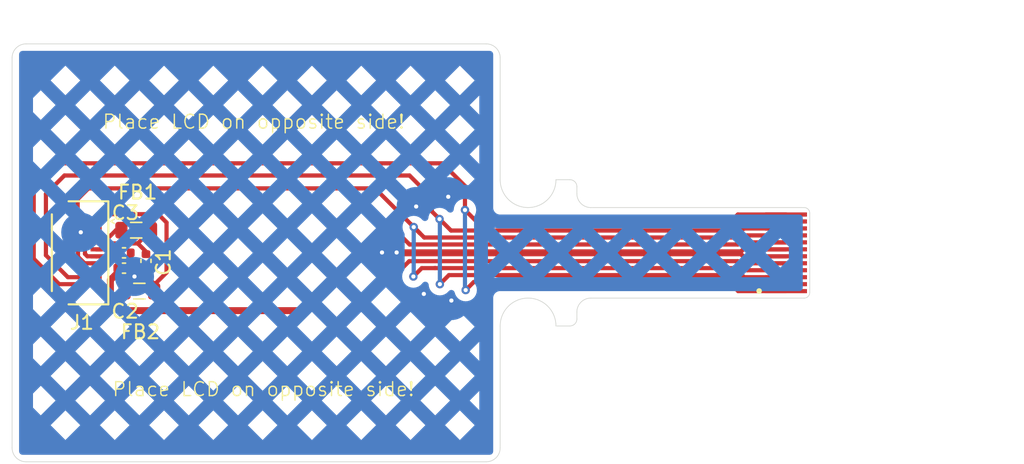
<source format=kicad_pcb>
(kicad_pcb (version 20240108) (generator "pcbnew") (generator_version "8.0")
  (title_block (title "Daughterboard") (date "2024-05-03") (rev "A"))
  (layers (0 "F.Cu" signal) (31 "B.Cu" signal) (34 "B.Paste" user) (35 "F.Paste" user) (36 "B.SilkS" user "B.Silkscreen") (37 "F.SilkS" user "F.Silkscreen") (38 "B.Mask" user) (39 "F.Mask" user) (44 "Edge.Cuts" user))
  (net 0 "")
  (net 1 "/VDDA")
  (net 2 "/VSSA")
  (net 3 "GND")
  (net 4 "/VDD")
  (net 5 "/SPI_CS")
  (net 6 "/SPI_SDI")
  (net 7 "/SPI_CLK")
  (footprint "Capacitor_SMD:C_0402_1005Metric" (layer "F.Cu") (at 108.025 101.1)
    (property "Reference" "C2" (at 0.075 3.1 0) (layer "F.SilkS"))
    (property "Value" "1u")
    (fp_line (start -0.107836 -0.36) (end 0.107836 -0.36) (stroke (width 0.12)) (layer "F.SilkS"))
    (fp_line (start -0.107836 0.36) (end 0.107836 0.36) (stroke (width 0.12)) (layer "F.SilkS"))
    (pad "1" smd roundrect (at -0.48 0) (size 0.56 0.62) (layers "F.Cu" "F.Paste" "F.Mask") (net 4 "/VDD"))
    (pad "2" smd roundrect (at 0.48 0) (size 0.56 0.62) (layers "F.Cu" "F.Paste" "F.Mask") (net 3 "GND"))
  )
  (footprint "Capacitor_SMD:C_0402_1005Metric" (layer "F.Cu") (at 109.6 100.575 90)
    (property "Reference" "C1" (at -0.1 1.25 -90) (layer "F.SilkS"))
    (property "Value" "1u")
    (fp_line (start -0.107836 -0.36) (end 0.107836 -0.36) (stroke (width 0.12)) (layer "F.SilkS"))
    (fp_line (start -0.107836 0.36) (end 0.107836 0.36) (stroke (width 0.12)) (layer "F.SilkS"))
    (pad "1" smd roundrect (at -0.48 0 90) (size 0.56 0.62) (layers "F.Cu" "F.Paste" "F.Mask") (net 2 "/VSSA"))
    (pad "2" smd roundrect (at 0.48 0 90) (size 0.56 0.62) (layers "F.Cu" "F.Paste" "F.Mask") (net 1 "/VDDA"))
  )
  (footprint "Inductor_SMD:L_0805_2012Metric" (layer "F.Cu") (at 108.9 98.375)
    (property "Reference" "FB1" (at 0.1 -2.725 0) (layer "F.SilkS"))
    (property "Value" "2k7")
    (fp_line (start -0.399622 -0.56) (end 0.399622 -0.56) (stroke (width 0.12)) (layer "F.SilkS"))
    (fp_line (start -0.399622 0.56) (end 0.399622 0.56) (stroke (width 0.12)) (layer "F.SilkS"))
    (pad "1" smd roundrect (at -1.0625 0) (size 0.875 1.2) (layers "F.Cu" "F.Paste" "F.Mask") (net 4 "/VDD"))
    (pad "2" smd roundrect (at 1.0625 0) (size 0.875 1.2) (layers "F.Cu" "F.Paste" "F.Mask") (net 1 "/VDDA"))
  )
  (footprint "Tundra_Connectors:Conn-FPC_Hirose-FH34SRJ-10S-0-5SH-50" (layer "F.Cu") (at 105 100 -90)
    (property "Reference" "J1" (at 5 0 180) (layer "F.SilkS"))
    (property "Value" "FH34SRJ-10S-0-5SH-50")
    (fp_line (start -2.762317 2.149624) (end 2.745517 2.149624) (stroke (width 0.1524)) (layer "F.SilkS"))
    (fp_line (start 3.7 0.95) (end 3.7 -1.9) (stroke (width 0.1524)) (layer "F.SilkS"))
    (fp_line (start -3.7 -1.9) (end -3.7 0.95) (stroke (width 0.1524)) (layer "F.SilkS"))
    (fp_line (start 3.7 -1.9) (end -3.7 -1.9) (stroke (width 0.1524)) (layer "F.SilkS"))
    (fp_line (start -2.26 -2.08) (end -2.11 -2.33) (stroke (width 0.1)) (layer "F.SilkS"))
    (fp_line (start -2.41 -2.33) (end -2.26 -2.08) (stroke (width 0.1)) (layer "F.SilkS"))
    (pad "1" smd rect (at -2.25 -1.025 270) (size 0.3 0.8) (layers "F.Cu" "F.Paste" "F.Mask") (net 2 "/VSSA"))
    (pad "2" smd rect (at -1.75 -1.025 270) (size 0.3 0.8) (layers "F.Cu" "F.Paste" "F.Mask") (net 3 "GND"))
    (pad "3" smd rect (at -1.25 -1.025 270) (size 0.3 0.8) (layers "F.Cu" "F.Paste" "F.Mask") (net 3 "GND"))
    (pad "4" smd rect (at -0.75 -1.025 270) (size 0.3 0.8) (layers "F.Cu" "F.Paste" "F.Mask") (net 4 "/VDD"))
    (pad "5" smd rect (at -0.25 -1.025 270) (size 0.3 0.8) (layers "F.Cu" "F.Paste" "F.Mask") (net 1 "/VDDA"))
    (pad "6" smd rect (at 0.25 -1.025 270) (size 0.3 0.8) (layers "F.Cu" "F.Paste" "F.Mask") (net 4 "/VDD"))
    (pad "7" smd rect (at 0.75 -1.025 270) (size 0.3 0.8) (layers "F.Cu" "F.Paste" "F.Mask") (net 3 "GND"))
    (pad "8" smd rect (at 1.25 -1.025 270) (size 0.3 0.8) (layers "F.Cu" "F.Paste" "F.Mask") (net 5 "/SPI_CS"))
    (pad "9" smd rect (at 1.75 -1.025 270) (size 0.3 0.8) (layers "F.Cu" "F.Paste" "F.Mask") (net 6 "/SPI_SDI"))
    (pad "10" smd rect (at 2.25 -1.025 270) (size 0.3 0.8) (layers "F.Cu" "F.Paste" "F.Mask") (net 7 "/SPI_CLK"))
    (pad "MP" smd rect (at -3.25 1.475 270) (size 0.4 1) (layers "F.Cu" "F.Paste" "F.Mask"))
    (pad "MP" smd rect (at 3.25 1.475 270) (size 0.4 1) (layers "F.Cu" "F.Paste" "F.Mask"))
  )
  (footprint "Inductor_SMD:L_0805_2012Metric" (layer "F.Cu") (at 109.125 102.75 180)
    (property "Reference" "FB2" (at -0.075 -2.925 180) (layer "F.SilkS"))
    (property "Value" "2k7")
    (fp_line (start -0.399622 0.56) (end 0.399622 0.56) (stroke (width 0.12)) (layer "F.SilkS"))
    (fp_line (start -0.399622 -0.56) (end 0.399622 -0.56) (stroke (width 0.12)) (layer "F.SilkS"))
    (pad "1" smd roundrect (at -1.0625 0 180) (size 0.875 1.2) (layers "F.Cu" "F.Paste" "F.Mask") (net 2 "/VSSA"))
    (pad "2" smd roundrect (at 1.0625 0 180) (size 0.875 1.2) (layers "F.Cu" "F.Paste" "F.Mask") (net 3 "GND"))
  )
  (footprint "Tundra_Connectors:Conn-FPC-CustomCable_01x12" (layer "F.Cu") (at 155.5 100 90)
    (property "Reference" "J2" (hide yes))
    (property "Value" "FPC-CustomCable_01x12")
    (fp_circle (center -2.74 -1.93) (end -2.64 -1.93) (stroke (width 0.2)) (fill none) (layer "F.SilkS"))
    (pad "1" smd rect (at -2.75 0 90) (size 0.3 3) (layers "F.Cu" "F.Paste" "F.Mask") (net 7 "/SPI_CLK"))
    (pad "2" smd rect (at -2.25 0 90) (size 0.3 3) (layers "F.Cu" "F.Paste" "F.Mask") (net 6 "/SPI_SDI"))
    (pad "3" smd rect (at -1.75 0 90) (size 0.3 3) (layers "F.Cu" "F.Paste" "F.Mask") (net 5 "/SPI_CS"))
    (pad "4" smd rect (at -1.25 0 90) (size 0.3 3) (layers "F.Cu" "F.Paste" "F.Mask") (net 4 "/VDD"))
    (pad "5" smd rect (at -0.75 0 90) (size 0.3 3) (layers "F.Cu" "F.Paste" "F.Mask") (net 3 "GND"))
    (pad "6" smd rect (at -0.25 0 90) (size 0.3 3) (layers "F.Cu" "F.Paste" "F.Mask") (net 3 "GND"))
    (pad "7" smd rect (at 0.25 0 90) (size 0.3 3) (layers "F.Cu" "F.Paste" "F.Mask") (net 3 "GND"))
    (pad "8" smd rect (at 0.75 0 90) (size 0.3 3) (layers "F.Cu" "F.Paste" "F.Mask") (net 3 "GND"))
    (pad "9" smd rect (at 1.25 0 90) (size 0.3 3) (layers "F.Cu" "F.Paste" "F.Mask") (net 4 "/VDD"))
    (pad "10" smd rect (at 1.75 0 90) (size 0.3 3) (layers "F.Cu" "F.Paste" "F.Mask") (net 5 "/SPI_CS"))
    (pad "11" smd rect (at 2.25 0 90) (size 0.3 3) (layers "F.Cu" "F.Paste" "F.Mask") (net 6 "/SPI_SDI"))
    (pad "12" smd rect (at 2.75 0 90) (size 0.3 3) (layers "F.Cu" "F.Paste" "F.Mask") (net 7 "/SPI_CLK"))
  )
  (footprint "Capacitor_SMD:C_0402_1005Metric" (layer "F.Cu") (at 108.025 100)
    (property "Reference" "C3" (at 0.1 -2.875 0) (layer "F.SilkS"))
    (property "Value" "560")
    (fp_line (start -0.107836 -0.36) (end 0.107836 -0.36) (stroke (width 0.12)) (layer "F.SilkS"))
    (fp_line (start -0.107836 0.36) (end 0.107836 0.36) (stroke (width 0.12)) (layer "F.SilkS"))
    (pad "1" smd roundrect (at -0.48 0) (size 0.56 0.62) (layers "F.Cu" "F.Paste" "F.Mask") (net 4 "/VDD"))
    (pad "2" smd roundrect (at 0.48 0) (size 0.56 0.62) (layers "F.Cu" "F.Paste" "F.Mask") (net 3 "GND"))
  )
  (gr_arc (start 100 86) (mid 100.292893 85.292893) (end 101 85) (stroke (width 0.05)) (layer "Edge.Cuts"))
  (gr_arc (start 141.5 96.75) (mid 140.792893 96.457107) (end 140.5 95.75) (stroke (width 0.05)) (layer "Edge.Cuts"))
  (gr_line (start 141.5 96.75) (end 156.8 96.75) (stroke (width 0.05)) (layer "Edge.Cuts"))
  (gr_line (start 101 85) (end 134 85) (stroke (width 0.05)) (layer "Edge.Cuts"))
  (gr_line (start 135 114) (end 135 105.25) (stroke (width 0.05)) (layer "Edge.Cuts"))
  (gr_line (start 101 115) (end 134 115) (stroke (width 0.05)) (layer "Edge.Cuts"))
  (gr_arc (start 134 85) (mid 134.707107 85.292893) (end 135 86) (stroke (width 0.05)) (layer "Edge.Cuts"))
  (gr_arc (start 135 105.25) (mid 137 103.25) (end 139 105.25) (stroke (width 0.05)) (layer "Edge.Cuts"))
  (gr_line (start 157.2 97.15) (end 157.2 102.85) (stroke (width 0.05)) (layer "Edge.Cuts"))
  (gr_arc (start 140.5 104.25) (mid 140.792893 103.542893) (end 141.5 103.25) (stroke (width 0.05)) (layer "Edge.Cuts"))
  (gr_arc (start 135 114) (mid 134.707107 114.707107) (end 134 115) (stroke (width 0.05)) (layer "Edge.Cuts"))
  (gr_arc (start 156.8 96.75) (mid 157.082843 96.867157) (end 157.2 97.15) (stroke (width 0.05)) (layer "Edge.Cuts"))
  (gr_line (start 135 86) (end 135 94.75) (stroke (width 0.05)) (layer "Edge.Cuts"))
  (gr_arc (start 140 94.75) (mid 140.353553 94.896447) (end 140.5 95.25) (stroke (width 0.05)) (layer "Edge.Cuts"))
  (gr_line (start 141.5 103.25) (end 156.8 103.25) (stroke (width 0.05)) (layer "Edge.Cuts"))
  (gr_line (start 139 105.25) (end 140 105.25) (stroke (width 0.05)) (layer "Edge.Cuts"))
  (gr_arc (start 157.2 102.85) (mid 157.082843 103.132843) (end 156.8 103.25) (stroke (width 0.05)) (layer "Edge.Cuts"))
  (gr_line (start 140.5 95.25) (end 140.5 95.75) (stroke (width 0.05)) (layer "Edge.Cuts"))
  (gr_arc (start 140.5 104.75) (mid 140.353553 105.103553) (end 140 105.25) (stroke (width 0.05)) (layer "Edge.Cuts"))
  (gr_line (start 139 94.75) (end 140 94.75) (stroke (width 0.05)) (layer "Edge.Cuts"))
  (gr_line (start 100 86) (end 100 114) (stroke (width 0.05)) (layer "Edge.Cuts"))
  (gr_arc (start 101 115) (mid 100.292893 114.707107) (end 100 114) (stroke (width 0.05)) (layer "Edge.Cuts"))
  (gr_arc (start 139 94.75) (mid 137 96.75) (end 135 94.75) (stroke (width 0.05)) (layer "Edge.Cuts"))
  (gr_line (start 140.5 104.75) (end 140.5 104.25) (stroke (width 0.05)) (layer "Edge.Cuts"))
  (gr_text "Place LCD on opposite side!" (at 106.425 91.175 0) (layer "F.SilkS") (effects (font (size 1 1) (thickness 0.1)) (justify left bottom)))
  (gr_text "Place LCD on opposite side!" (at 107.125 110.375 0) (layer "F.SilkS") (effects (font (size 1 1) (thickness 0.1)) (justify left bottom)))
  (segment (start 106.788154 99.75) (end 107.213154 99.325) (width 0.3) (layer "F.Cu") (net 1))
  (segment (start 109.6 99.9125) (end 109.0125 99.325) (width 0.3) (layer "F.Cu") (net 1))
  (segment (start 109.0125 99.325) (end 109.9625 98.375) (width 0.3) (layer "F.Cu") (net 1))
  (segment (start 106.025 99.75) (end 106.788154 99.75) (width 0.3) (layer "F.Cu") (net 1))
  (segment (start 109.6 100.095) (end 109.6 99.9125) (width 0.3) (layer "F.Cu") (net 1))
  (segment (start 107.213154 99.325) (end 109.0125 99.325) (width 0.3) (layer "F.Cu") (net 1))
  (segment (start 110.1875 102.2125) (end 110.1875 102.75) (width 0.3) (layer "F.Cu") (net 2))
  (segment (start 109.6 101.055) (end 109.6 101.625) (width 0.3) (layer "F.Cu") (net 2))
  (segment (start 106.55 97.225) (end 106.025 97.75) (width 0.3) (layer "F.Cu") (net 2))
  (segment (start 109.6 101.625) (end 110.1875 102.2125) (width 0.3) (layer "F.Cu") (net 2))
  (segment (start 111.075 97.825) (end 110.475 97.225) (width 0.3) (layer "F.Cu") (net 2))
  (segment (start 111.075 101.4125) (end 111.075 97.825) (width 0.3) (layer "F.Cu") (net 2))
  (segment (start 110.475 97.225) (end 106.55 97.225) (width 0.3) (layer "F.Cu") (net 2))
  (segment (start 109.8875 102.6) (end 111.075 101.4125) (width 0.3) (layer "F.Cu") (net 2))
  (segment (start 108.505 101.43) (end 108.775 101.7) (width 0.3) (layer "F.Cu") (net 3))
  (segment (start 108.0625 102.4125) (end 108.775 101.7) (width 0.3) (layer "F.Cu") (net 3))
  (segment (start 106.025 100.75) (end 105.192894 100.75) (width 0.3) (layer "F.Cu") (net 3))
  (segment (start 152.175 100) (end 152.925 99.25) (width 0.3) (layer "F.Cu") (net 3))
  (segment (start 105.2 98.25) (end 104.925 98.525) (width 0.3) (layer "F.Cu") (net 3))
  (segment (start 152.925 100.75) (end 152.275 100.1) (width 0.3) (layer "F.Cu") (net 3))
  (segment (start 108.505 101.32) (end 108.505 101.1) (width 0.3) (layer "F.Cu") (net 3))
  (segment (start 104.725 100.282106) (end 104.725 98.725) (width 0.3) (layer "F.Cu") (net 3))
  (segment (start 155.5 100.75) (end 152.925 100.75) (width 0.3) (layer "F.Cu") (net 3))
  (segment (start 104.725 98.725) (end 104.925 98.525) (width 0.3) (layer "F.Cu") (net 3))
  (segment (start 108.505 101.1) (end 108.505 100) (width 0.3) (layer "F.Cu") (net 3))
  (segment (start 108.505 101.32) (end 108.505 101.43) (width 0.3) (layer "F.Cu") (net 3))
  (segment (start 126.55 100) (end 152.175 100) (width 0.5) (layer "F.Cu") (net 3))
  (segment (start 105.025 98.525) (end 104.925 98.525) (width 0.3) (layer "F.Cu") (net 3))
  (segment (start 108.0625 102.75) (end 108.0625 102.4125) (width 0.3) (layer "F.Cu") (net 3))
  (segment (start 155.5 100.25) (end 152.425 100.25) (width 0.3) (layer "F.Cu") (net 3))
  (segment (start 155.5 99.75) (end 152.425 99.75) (width 0.3) (layer "F.Cu") (net 3))
  (segment (start 152.425 100.25) (end 152.175 100) (width 0.3) (layer "F.Cu") (net 3))
  (segment (start 126.55 100) (end 126.525 99.975) (width 0.3) (layer "F.Cu") (net 3))
  (segment (start 152.925 99.25) (end 155.5 99.25) (width 0.3) (layer "F.Cu") (net 3))
  (segment (start 152.425 100.25) (end 152.275 100.1) (width 0.3) (layer "F.Cu") (net 3))
  (segment (start 152.425 99.75) (end 152.175 100) (width 0.3) (layer "F.Cu") (net 3))
  (segment (start 105.192894 100.75) (end 104.725 100.282106) (width 0.3) (layer "F.Cu") (net 3))
  (segment (start 152.275 100.1) (end 152.175 100) (width 0.3) (layer "F.Cu") (net 3))
  (segment (start 106.025 98.25) (end 105.2 98.25) (width 0.3) (layer "F.Cu") (net 3))
  (segment (start 106.025 98.75) (end 105.25 98.75) (width 0.3) (layer "F.Cu") (net 3))
  (segment (start 105.25 98.75) (end 105.025 98.525) (width 0.3) (layer "F.Cu") (net 3))
  (via (at 108.775 101.7) (size 0.6) (drill 0.3) (layers "F.Cu" "B.Cu") (net 3))
  (via (at 126.525 99.975) (size 0.6) (drill 0.3) (layers "F.Cu" "B.Cu") (net 3))
  (via (at 129.525 102.95) (size 0.6) (drill 0.3) (layers "F.Cu" "B.Cu") (net 3))
  (via (at 127.575 99.975) (size 0.6) (drill 0.3) (layers "F.Cu" "B.Cu") (net 3))
  (via (at 104.925 98.525) (size 0.6) (drill 0.3) (layers "F.Cu" "B.Cu") (net 3))
  (via (at 128.975 96.675) (size 0.6) (drill 0.3) (layers "F.Cu" "B.Cu") (net 3))
  (via (at 131.5 103.425) (size 0.6) (drill 0.3) (layers "F.Cu" "B.Cu") (net 3))
  (via (at 131.275 95.975) (size 0.6) (drill 0.3) (layers "F.Cu" "B.Cu") (net 3))
  (segment (start 107.7 104.15) (end 119.9 104.15) (width 0.5) (layer "F.Cu") (net 4))
  (segment (start 106.025 100.25) (end 107.295 100.25) (width 0.3) (layer "F.Cu") (net 4))
  (segment (start 126.175 101.25) (end 127.825 101.25) (width 0.3) (layer "F.Cu") (net 4))
  (segment (start 107.295 100.25) (end 107.545 100) (width 0.3) (layer "F.Cu") (net 4))
  (segment (start 152.05 100.6) (end 152.7 101.25) (width 0.3) (layer "F.Cu") (net 4))
  (segment (start 107.545 101.455) (end 107.05 101.95) (width 0.5) (layer "F.Cu") (net 4))
  (segment (start 127.825 101.25) (end 128.475 100.6) (width 0.3) (layer "F.Cu") (net 4))
  (segment (start 107.8375 98.2125) (end 107.8375 98.375) (width 0.3) (layer "F.Cu") (net 4))
  (segment (start 119.9 104.15) (end 120.925 104.15) (width 0.5) (layer "F.Cu") (net 4))
  (segment (start 107.545 101.1) (end 107.545 101.455) (width 0.5) (layer "F.Cu") (net 4))
  (segment (start 128.5 99.4) (end 152.05 99.4) (width 0.3) (layer "F.Cu") (net 4))
  (segment (start 127.975 98.875) (end 128.5 99.4) (width 0.3) (layer "F.Cu") (net 4))
  (segment (start 106.575 99.25) (end 107.45 98.375) (width 0.3) (layer "F.Cu") (net 4))
  (segment (start 155.5 98.75) (end 152.7 98.75) (width 0.3) (layer "F.Cu") (net 4))
  (segment (start 105.4 99.25) (end 106.025 99.25) (width 0.3) (layer "F.Cu") (net 4))
  (segment (start 105.4 100.25) (end 105.225 100.075) (width 0.3) (layer "F.Cu") (net 4))
  (segment (start 125 100.075) (end 126.175 101.25) (width 0.3) (layer "F.Cu") (net 4))
  (segment (start 107.05 103.5) (end 107.7 104.15) (width 0.5) (layer "F.Cu") (net 4))
  (segment (start 105.225 99.425) (end 105.4 99.25) (width 0.3) (layer "F.Cu") (net 4))
  (segment (start 107.45 98.375) (end 107.8375 98.375) (width 0.3) (layer "F.Cu") (net 4))
  (segment (start 107.545 101.1) (end 107.545 100) (width 0.3) (layer "F.Cu") (net 4))
  (segment (start 106.025 100.25) (end 105.4 100.25) (width 0.3) (layer "F.Cu") (net 4))
  (segment (start 128.475 100.6) (end 152.05 100.6) (width 0.3) (layer "F.Cu") (net 4))
  (segment (start 120.925 104.15) (end 125 100.075) (width 0.5) (layer "F.Cu") (net 4))
  (segment (start 155.5 101.25) (end 152.7 101.25) (width 0.3) (layer "F.Cu") (net 4))
  (segment (start 126.2 98.875) (end 127.975 98.875) (width 0.3) (layer "F.Cu") (net 4))
  (segment (start 106.025 99.25) (end 106.575 99.25) (width 0.3) (layer "F.Cu") (net 4))
  (segment (start 125 100.075) (end 126.2 98.875) (width 0.3) (layer "F.Cu") (net 4))
  (segment (start 105.225 100.075) (end 105.225 99.425) (width 0.3) (layer "F.Cu") (net 4))
  (segment (start 152.05 99.4) (end 152.7 98.75) (width 0.3) (layer "F.Cu") (net 4))
  (segment (start 107.05 101.95) (end 107.05 103.5) (width 0.5) (layer "F.Cu") (net 4))
  (segment (start 105.475 95.375) (end 104.7 96.15) (width 0.3) (layer "F.Cu") (net 5))
  (segment (start 129.55 98.9) (end 129.225 98.575) (width 0.3) (layer "F.Cu") (net 5))
  (segment (start 152.475 98.25) (end 151.825 98.9) (width 0.3) (layer "F.Cu") (net 5))
  (segment (start 151.842894 101.1) (end 130.35 101.1) (width 0.3) (layer "F.Cu") (net 5))
  (segment (start 126.025 95.375) (end 124.9 95.375) (width 0.3) (layer "F.Cu") (net 5))
  (segment (start 129.375 101.1) (end 128.775 101.7) (width 0.3) (layer "F.Cu") (net 5))
  (segment (start 124.9 95.375) (end 105.475 95.375) (width 0.3) (layer "F.Cu") (net 5))
  (segment (start 155.5 98.25) (end 152.475 98.25) (width 0.3) (layer "F.Cu") (net 5))
  (segment (start 104.625 101.25) (end 106.025 101.25) (width 0.3) (layer "F.Cu") (net 5))
  (segment (start 152.492894 101.75) (end 151.842894 101.1) (width 0.3) (layer "F.Cu") (net 5))
  (segment (start 104.7 96.15) (end 104.7 97.2) (width 0.3) (layer "F.Cu") (net 5))
  (segment (start 155.5 101.75) (end 152.492894 101.75) (width 0.3) (layer "F.Cu") (net 5))
  (segment (start 104.025 100.65) (end 104.625 101.25) (width 0.3) (layer "F.Cu") (net 5))
  (segment (start 130.35 101.1) (end 130.275 101.1) (width 0.3) (layer "F.Cu") (net 5))
  (segment (start 104.025 97.875) (end 104.025 100.65) (width 0.3) (layer "F.Cu") (net 5))
  (segment (start 130.35 101.1) (end 129.375 101.1) (width 0.3) (layer "F.Cu") (net 5))
  (segment (start 129.225 98.575) (end 128.8 98.15) (width 0.3) (layer "F.Cu") (net 5))
  (segment (start 104.7 97.2) (end 104.025 97.875) (width 0.3) (layer "F.Cu") (net 5))
  (segment (start 151.825 98.9) (end 129.55 98.9) (width 0.3) (layer "F.Cu") (net 5))
  (segment (start 129.225 98.575) (end 126.025 95.375) (width 0.3) (layer "F.Cu") (net 5))
  (via (at 128.8 98.15) (size 0.6) (drill 0.3) (layers "F.Cu" "B.Cu") (net 5))
  (via (at 128.775 101.7) (size 0.6) (drill 0.3) (layers "F.Cu" "B.Cu") (net 5))
  (segment (start 128.8 98.15) (end 128.8 101.675) (width 0.3) (layer "B.Cu") (net 5))
  (segment (start 128.8 101.675) (end 128.775 101.7) (width 0.3) (layer "B.Cu") (net 5))
  (segment (start 130.1 97.025) (end 130.65 97.575) (width 0.3) (layer "F.Cu") (net 6))
  (segment (start 130.1 96.05) (end 130.1 97.025) (width 0.3) (layer "F.Cu") (net 6))
  (segment (start 155.5 102.25) (end 152.275 102.25) (width 0.3) (layer "F.Cu") (net 6))
  (segment (start 104 101.75) (end 102.425 100.175) (width 0.3) (layer "F.Cu") (net 6))
  (segment (start 103.75 94.45) (end 128.5 94.45) (width 0.3) (layer "F.Cu") (net 6))
  (segment (start 151.6 98.4) (end 152.25 97.75) (width 0.3) (layer "F.Cu") (net 6))
  (segment (start 155.5 97.75) (end 152.25 97.75) (width 0.3) (layer "F.Cu") (net 6))
  (segment (start 130.65 97.575) (end 131.475 98.4) (width 0.3) (layer "F.Cu") (net 6))
  (segment (start 106.025 101.75) (end 104 101.75) (width 0.3) (layer "F.Cu") (net 6))
  (segment (start 128.5 94.45) (end 130.1 96.05) (width 0.3) (layer "F.Cu") (net 6))
  (segment (start 151.625 101.6) (end 131.325 101.6) (width 0.3) (layer "F.Cu") (net 6))
  (segment (start 152.275 102.25) (end 151.625 101.6) (width 0.3) (layer "F.Cu") (net 6))
  (segment (start 102.425 95.775) (end 103.75 94.45) (width 0.3) (layer "F.Cu") (net 6))
  (segment (start 131.325 101.6) (end 130.675 102.25) (width 0.3) (layer "F.Cu") (net 6))
  (segment (start 131.475 98.4) (end 151.6 98.4) (width 0.3) (layer "F.Cu") (net 6))
  (segment (start 102.425 100.175) (end 102.425 95.775) (width 0.3) (layer "F.Cu") (net 6))
  (via (at 130.65 97.575) (size 0.6) (drill 0.3) (layers "F.Cu" "B.Cu") (net 6))
  (via (at 130.675 102.25) (size 0.6) (drill 0.3) (layers "F.Cu" "B.Cu") (net 6))
  (segment (start 130.675 102.25) (end 130.675 97.6) (width 0.3) (layer "B.Cu") (net 6))
  (segment (start 130.65 102.225) (end 130.675 102.25) (width 0.3) (layer "B.Cu") (net 6))
  (segment (start 130.675 97.6) (end 130.65 97.575) (width 0.3) (layer "B.Cu") (net 6))
  (segment (start 151.417894 102.1) (end 133.1 102.1) (width 0.3) (layer "F.Cu") (net 7))
  (segment (start 106.025 102.25) (end 103.375 102.25) (width 0.3) (layer "F.Cu") (net 7))
  (segment (start 101.55 95.35) (end 103.325 93.575) (width 0.3) (layer "F.Cu") (net 7))
  (segment (start 132.475 95.2) (end 132.475 96.925) (width 0.3) (layer "F.Cu") (net 7))
  (segment (start 103.375 102.25) (end 101.55 100.425) (width 0.3) (layer "F.Cu") (net 7))
  (segment (start 152.067894 102.75) (end 151.417894 102.1) (width 0.3) (layer "F.Cu") (net 7))
  (segment (start 101.55 100.425) (end 101.55 95.35) (width 0.3) (layer "F.Cu") (net 7))
  (segment (start 132.475 96.925) (end 133.45 97.9) (width 0.3) (layer "F.Cu") (net 7))
  (segment (start 130.85 93.575) (end 132.475 95.2) (width 0.3) (layer "F.Cu") (net 7))
  (segment (start 151.392894 97.9) (end 152.042894 97.25) (width 0.3) (layer "F.Cu") (net 7))
  (segment (start 155.5 102.75) (end 152.067894 102.75) (width 0.3) (layer "F.Cu") (net 7))
  (segment (start 152.042894 97.25) (end 155.5 97.25) (width 0.3) (layer "F.Cu") (net 7))
  (segment (start 133.1 102.1) (end 132.525 102.675) (width 0.3) (layer "F.Cu") (net 7))
  (segment (start 133.45 97.9) (end 151.392894 97.9) (width 0.3) (layer "F.Cu") (net 7))
  (segment (start 103.325 93.575) (end 130.85 93.575) (width 0.3) (layer "F.Cu") (net 7))
  (via (at 132.525 102.675) (size 0.6) (drill 0.3) (layers "F.Cu" "B.Cu") (net 7))
  (via (at 132.475 96.925) (size 0.6) (drill 0.3) (layers "F.Cu" "B.Cu") (net 7))
  (segment (start 132.475 96.925) (end 132.475 102.625) (width 0.3) (layer "B.Cu") (net 7))
  (segment (start 132.475 102.625) (end 132.525 102.675) (width 0.3) (layer "B.Cu") (net 7))
  (zone (net 3) (net_name "GND") (layer "B.Cu") (connect_pads (clearance 0.5)) (min_thickness 0.5) (fill yes (mode hatch) (thermal_gap 0.5) (thermal_bridge_width 0.5) (hatch_thickness 1) (hatch_gap 1.5) (hatch_orientation 45) (hatch_border_algorithm hatch_thickness) (hatch_min_hole_area 0.3))
    (polygon (pts (xy 99.85 84.775) (xy 135.075 84.8) (xy 135.125 96.5) (xy 157.4 96.525) (xy 157.375 103.425) (xy 135.175 103.5) (xy 135.1 115.15) (xy 99.9 115.15)))
  )
)
</source>
